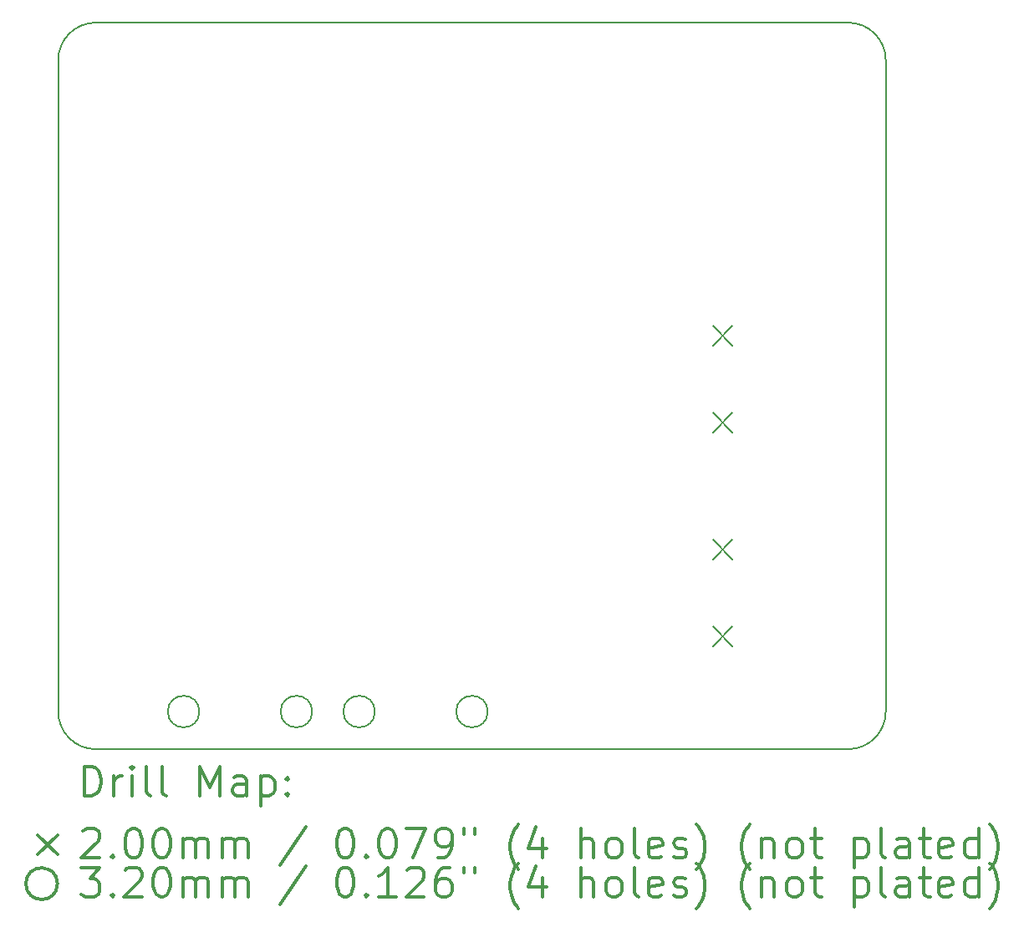
<source format=gbr>
%FSLAX45Y45*%
G04 Gerber Fmt 4.5, Leading zero omitted, Abs format (unit mm)*
G04 Created by KiCad (PCBNEW 4.0.7-e2-6376~58~ubuntu16.04.1) date Tue May  1 20:05:16 2018*
%MOMM*%
%LPD*%
G01*
G04 APERTURE LIST*
%ADD10C,0.127000*%
%ADD11C,0.150000*%
%ADD12C,0.200000*%
%ADD13C,0.300000*%
G04 APERTURE END LIST*
D10*
D11*
X10033000Y-10414000D02*
G75*
G03X10414000Y-10795000I381000J0D01*
G01*
X18034000Y-10795000D02*
G75*
G03X18415000Y-10414000I0J381000D01*
G01*
X18415000Y-3810000D02*
G75*
G03X18034000Y-3429000I-381000J0D01*
G01*
X10414000Y-3429000D02*
G75*
G03X10033000Y-3810000I0J-381000D01*
G01*
X18034000Y-10795000D02*
X10414000Y-10795000D01*
X10414000Y-3429000D02*
X18034000Y-3429000D01*
X18415000Y-10414000D02*
X18415000Y-3810000D01*
X10033000Y-3810000D02*
X10033000Y-10414000D01*
D12*
X16664000Y-6504000D02*
X16864000Y-6704000D01*
X16864000Y-6504000D02*
X16664000Y-6704000D01*
X16664000Y-7384000D02*
X16864000Y-7584000D01*
X16864000Y-7384000D02*
X16664000Y-7584000D01*
X16664000Y-8672000D02*
X16864000Y-8872000D01*
X16864000Y-8672000D02*
X16664000Y-8872000D01*
X16664000Y-9552000D02*
X16864000Y-9752000D01*
X16864000Y-9552000D02*
X16664000Y-9752000D01*
X11463000Y-10414000D02*
G75*
G03X11463000Y-10414000I-160000J0D01*
G01*
X12606000Y-10414000D02*
G75*
G03X12606000Y-10414000I-160000J0D01*
G01*
X13241000Y-10414000D02*
G75*
G03X13241000Y-10414000I-160000J0D01*
G01*
X14384000Y-10414000D02*
G75*
G03X14384000Y-10414000I-160000J0D01*
G01*
D13*
X10296929Y-11268214D02*
X10296929Y-10968214D01*
X10368357Y-10968214D01*
X10411214Y-10982500D01*
X10439786Y-11011072D01*
X10454071Y-11039643D01*
X10468357Y-11096786D01*
X10468357Y-11139643D01*
X10454071Y-11196786D01*
X10439786Y-11225357D01*
X10411214Y-11253929D01*
X10368357Y-11268214D01*
X10296929Y-11268214D01*
X10596929Y-11268214D02*
X10596929Y-11068214D01*
X10596929Y-11125357D02*
X10611214Y-11096786D01*
X10625500Y-11082500D01*
X10654071Y-11068214D01*
X10682643Y-11068214D01*
X10782643Y-11268214D02*
X10782643Y-11068214D01*
X10782643Y-10968214D02*
X10768357Y-10982500D01*
X10782643Y-10996786D01*
X10796929Y-10982500D01*
X10782643Y-10968214D01*
X10782643Y-10996786D01*
X10968357Y-11268214D02*
X10939786Y-11253929D01*
X10925500Y-11225357D01*
X10925500Y-10968214D01*
X11125500Y-11268214D02*
X11096929Y-11253929D01*
X11082643Y-11225357D01*
X11082643Y-10968214D01*
X11468357Y-11268214D02*
X11468357Y-10968214D01*
X11568357Y-11182500D01*
X11668357Y-10968214D01*
X11668357Y-11268214D01*
X11939786Y-11268214D02*
X11939786Y-11111072D01*
X11925500Y-11082500D01*
X11896928Y-11068214D01*
X11839786Y-11068214D01*
X11811214Y-11082500D01*
X11939786Y-11253929D02*
X11911214Y-11268214D01*
X11839786Y-11268214D01*
X11811214Y-11253929D01*
X11796928Y-11225357D01*
X11796928Y-11196786D01*
X11811214Y-11168214D01*
X11839786Y-11153929D01*
X11911214Y-11153929D01*
X11939786Y-11139643D01*
X12082643Y-11068214D02*
X12082643Y-11368214D01*
X12082643Y-11082500D02*
X12111214Y-11068214D01*
X12168357Y-11068214D01*
X12196928Y-11082500D01*
X12211214Y-11096786D01*
X12225500Y-11125357D01*
X12225500Y-11211071D01*
X12211214Y-11239643D01*
X12196928Y-11253929D01*
X12168357Y-11268214D01*
X12111214Y-11268214D01*
X12082643Y-11253929D01*
X12354071Y-11239643D02*
X12368357Y-11253929D01*
X12354071Y-11268214D01*
X12339786Y-11253929D01*
X12354071Y-11239643D01*
X12354071Y-11268214D01*
X12354071Y-11082500D02*
X12368357Y-11096786D01*
X12354071Y-11111072D01*
X12339786Y-11096786D01*
X12354071Y-11082500D01*
X12354071Y-11111072D01*
X9825500Y-11662500D02*
X10025500Y-11862500D01*
X10025500Y-11662500D02*
X9825500Y-11862500D01*
X10282643Y-11626786D02*
X10296929Y-11612500D01*
X10325500Y-11598214D01*
X10396929Y-11598214D01*
X10425500Y-11612500D01*
X10439786Y-11626786D01*
X10454071Y-11655357D01*
X10454071Y-11683929D01*
X10439786Y-11726786D01*
X10268357Y-11898214D01*
X10454071Y-11898214D01*
X10582643Y-11869643D02*
X10596929Y-11883929D01*
X10582643Y-11898214D01*
X10568357Y-11883929D01*
X10582643Y-11869643D01*
X10582643Y-11898214D01*
X10782643Y-11598214D02*
X10811214Y-11598214D01*
X10839786Y-11612500D01*
X10854071Y-11626786D01*
X10868357Y-11655357D01*
X10882643Y-11712500D01*
X10882643Y-11783929D01*
X10868357Y-11841071D01*
X10854071Y-11869643D01*
X10839786Y-11883929D01*
X10811214Y-11898214D01*
X10782643Y-11898214D01*
X10754071Y-11883929D01*
X10739786Y-11869643D01*
X10725500Y-11841071D01*
X10711214Y-11783929D01*
X10711214Y-11712500D01*
X10725500Y-11655357D01*
X10739786Y-11626786D01*
X10754071Y-11612500D01*
X10782643Y-11598214D01*
X11068357Y-11598214D02*
X11096929Y-11598214D01*
X11125500Y-11612500D01*
X11139786Y-11626786D01*
X11154071Y-11655357D01*
X11168357Y-11712500D01*
X11168357Y-11783929D01*
X11154071Y-11841071D01*
X11139786Y-11869643D01*
X11125500Y-11883929D01*
X11096929Y-11898214D01*
X11068357Y-11898214D01*
X11039786Y-11883929D01*
X11025500Y-11869643D01*
X11011214Y-11841071D01*
X10996929Y-11783929D01*
X10996929Y-11712500D01*
X11011214Y-11655357D01*
X11025500Y-11626786D01*
X11039786Y-11612500D01*
X11068357Y-11598214D01*
X11296928Y-11898214D02*
X11296928Y-11698214D01*
X11296928Y-11726786D02*
X11311214Y-11712500D01*
X11339786Y-11698214D01*
X11382643Y-11698214D01*
X11411214Y-11712500D01*
X11425500Y-11741071D01*
X11425500Y-11898214D01*
X11425500Y-11741071D02*
X11439786Y-11712500D01*
X11468357Y-11698214D01*
X11511214Y-11698214D01*
X11539786Y-11712500D01*
X11554071Y-11741071D01*
X11554071Y-11898214D01*
X11696928Y-11898214D02*
X11696928Y-11698214D01*
X11696928Y-11726786D02*
X11711214Y-11712500D01*
X11739786Y-11698214D01*
X11782643Y-11698214D01*
X11811214Y-11712500D01*
X11825500Y-11741071D01*
X11825500Y-11898214D01*
X11825500Y-11741071D02*
X11839786Y-11712500D01*
X11868357Y-11698214D01*
X11911214Y-11698214D01*
X11939786Y-11712500D01*
X11954071Y-11741071D01*
X11954071Y-11898214D01*
X12539786Y-11583929D02*
X12282643Y-11969643D01*
X12925500Y-11598214D02*
X12954071Y-11598214D01*
X12982643Y-11612500D01*
X12996928Y-11626786D01*
X13011214Y-11655357D01*
X13025500Y-11712500D01*
X13025500Y-11783929D01*
X13011214Y-11841071D01*
X12996928Y-11869643D01*
X12982643Y-11883929D01*
X12954071Y-11898214D01*
X12925500Y-11898214D01*
X12896928Y-11883929D01*
X12882643Y-11869643D01*
X12868357Y-11841071D01*
X12854071Y-11783929D01*
X12854071Y-11712500D01*
X12868357Y-11655357D01*
X12882643Y-11626786D01*
X12896928Y-11612500D01*
X12925500Y-11598214D01*
X13154071Y-11869643D02*
X13168357Y-11883929D01*
X13154071Y-11898214D01*
X13139786Y-11883929D01*
X13154071Y-11869643D01*
X13154071Y-11898214D01*
X13354071Y-11598214D02*
X13382643Y-11598214D01*
X13411214Y-11612500D01*
X13425500Y-11626786D01*
X13439785Y-11655357D01*
X13454071Y-11712500D01*
X13454071Y-11783929D01*
X13439785Y-11841071D01*
X13425500Y-11869643D01*
X13411214Y-11883929D01*
X13382643Y-11898214D01*
X13354071Y-11898214D01*
X13325500Y-11883929D01*
X13311214Y-11869643D01*
X13296928Y-11841071D01*
X13282643Y-11783929D01*
X13282643Y-11712500D01*
X13296928Y-11655357D01*
X13311214Y-11626786D01*
X13325500Y-11612500D01*
X13354071Y-11598214D01*
X13554071Y-11598214D02*
X13754071Y-11598214D01*
X13625500Y-11898214D01*
X13882643Y-11898214D02*
X13939785Y-11898214D01*
X13968357Y-11883929D01*
X13982643Y-11869643D01*
X14011214Y-11826786D01*
X14025500Y-11769643D01*
X14025500Y-11655357D01*
X14011214Y-11626786D01*
X13996928Y-11612500D01*
X13968357Y-11598214D01*
X13911214Y-11598214D01*
X13882643Y-11612500D01*
X13868357Y-11626786D01*
X13854071Y-11655357D01*
X13854071Y-11726786D01*
X13868357Y-11755357D01*
X13882643Y-11769643D01*
X13911214Y-11783929D01*
X13968357Y-11783929D01*
X13996928Y-11769643D01*
X14011214Y-11755357D01*
X14025500Y-11726786D01*
X14139786Y-11598214D02*
X14139786Y-11655357D01*
X14254071Y-11598214D02*
X14254071Y-11655357D01*
X14696928Y-12012500D02*
X14682643Y-11998214D01*
X14654071Y-11955357D01*
X14639785Y-11926786D01*
X14625500Y-11883929D01*
X14611214Y-11812500D01*
X14611214Y-11755357D01*
X14625500Y-11683929D01*
X14639785Y-11641071D01*
X14654071Y-11612500D01*
X14682643Y-11569643D01*
X14696928Y-11555357D01*
X14939785Y-11698214D02*
X14939785Y-11898214D01*
X14868357Y-11583929D02*
X14796928Y-11798214D01*
X14982643Y-11798214D01*
X15325500Y-11898214D02*
X15325500Y-11598214D01*
X15454071Y-11898214D02*
X15454071Y-11741071D01*
X15439785Y-11712500D01*
X15411214Y-11698214D01*
X15368357Y-11698214D01*
X15339785Y-11712500D01*
X15325500Y-11726786D01*
X15639785Y-11898214D02*
X15611214Y-11883929D01*
X15596928Y-11869643D01*
X15582643Y-11841071D01*
X15582643Y-11755357D01*
X15596928Y-11726786D01*
X15611214Y-11712500D01*
X15639785Y-11698214D01*
X15682643Y-11698214D01*
X15711214Y-11712500D01*
X15725500Y-11726786D01*
X15739785Y-11755357D01*
X15739785Y-11841071D01*
X15725500Y-11869643D01*
X15711214Y-11883929D01*
X15682643Y-11898214D01*
X15639785Y-11898214D01*
X15911214Y-11898214D02*
X15882643Y-11883929D01*
X15868357Y-11855357D01*
X15868357Y-11598214D01*
X16139786Y-11883929D02*
X16111214Y-11898214D01*
X16054071Y-11898214D01*
X16025500Y-11883929D01*
X16011214Y-11855357D01*
X16011214Y-11741071D01*
X16025500Y-11712500D01*
X16054071Y-11698214D01*
X16111214Y-11698214D01*
X16139786Y-11712500D01*
X16154071Y-11741071D01*
X16154071Y-11769643D01*
X16011214Y-11798214D01*
X16268357Y-11883929D02*
X16296928Y-11898214D01*
X16354071Y-11898214D01*
X16382643Y-11883929D01*
X16396928Y-11855357D01*
X16396928Y-11841071D01*
X16382643Y-11812500D01*
X16354071Y-11798214D01*
X16311214Y-11798214D01*
X16282643Y-11783929D01*
X16268357Y-11755357D01*
X16268357Y-11741071D01*
X16282643Y-11712500D01*
X16311214Y-11698214D01*
X16354071Y-11698214D01*
X16382643Y-11712500D01*
X16496928Y-12012500D02*
X16511214Y-11998214D01*
X16539786Y-11955357D01*
X16554071Y-11926786D01*
X16568357Y-11883929D01*
X16582643Y-11812500D01*
X16582643Y-11755357D01*
X16568357Y-11683929D01*
X16554071Y-11641071D01*
X16539786Y-11612500D01*
X16511214Y-11569643D01*
X16496928Y-11555357D01*
X17039786Y-12012500D02*
X17025500Y-11998214D01*
X16996928Y-11955357D01*
X16982643Y-11926786D01*
X16968357Y-11883929D01*
X16954071Y-11812500D01*
X16954071Y-11755357D01*
X16968357Y-11683929D01*
X16982643Y-11641071D01*
X16996928Y-11612500D01*
X17025500Y-11569643D01*
X17039786Y-11555357D01*
X17154071Y-11698214D02*
X17154071Y-11898214D01*
X17154071Y-11726786D02*
X17168357Y-11712500D01*
X17196928Y-11698214D01*
X17239786Y-11698214D01*
X17268357Y-11712500D01*
X17282643Y-11741071D01*
X17282643Y-11898214D01*
X17468357Y-11898214D02*
X17439786Y-11883929D01*
X17425500Y-11869643D01*
X17411214Y-11841071D01*
X17411214Y-11755357D01*
X17425500Y-11726786D01*
X17439786Y-11712500D01*
X17468357Y-11698214D01*
X17511214Y-11698214D01*
X17539786Y-11712500D01*
X17554071Y-11726786D01*
X17568357Y-11755357D01*
X17568357Y-11841071D01*
X17554071Y-11869643D01*
X17539786Y-11883929D01*
X17511214Y-11898214D01*
X17468357Y-11898214D01*
X17654071Y-11698214D02*
X17768357Y-11698214D01*
X17696929Y-11598214D02*
X17696929Y-11855357D01*
X17711214Y-11883929D01*
X17739786Y-11898214D01*
X17768357Y-11898214D01*
X18096929Y-11698214D02*
X18096929Y-11998214D01*
X18096929Y-11712500D02*
X18125500Y-11698214D01*
X18182643Y-11698214D01*
X18211214Y-11712500D01*
X18225500Y-11726786D01*
X18239786Y-11755357D01*
X18239786Y-11841071D01*
X18225500Y-11869643D01*
X18211214Y-11883929D01*
X18182643Y-11898214D01*
X18125500Y-11898214D01*
X18096929Y-11883929D01*
X18411214Y-11898214D02*
X18382643Y-11883929D01*
X18368357Y-11855357D01*
X18368357Y-11598214D01*
X18654071Y-11898214D02*
X18654071Y-11741071D01*
X18639786Y-11712500D01*
X18611214Y-11698214D01*
X18554071Y-11698214D01*
X18525500Y-11712500D01*
X18654071Y-11883929D02*
X18625500Y-11898214D01*
X18554071Y-11898214D01*
X18525500Y-11883929D01*
X18511214Y-11855357D01*
X18511214Y-11826786D01*
X18525500Y-11798214D01*
X18554071Y-11783929D01*
X18625500Y-11783929D01*
X18654071Y-11769643D01*
X18754071Y-11698214D02*
X18868357Y-11698214D01*
X18796929Y-11598214D02*
X18796929Y-11855357D01*
X18811214Y-11883929D01*
X18839786Y-11898214D01*
X18868357Y-11898214D01*
X19082643Y-11883929D02*
X19054072Y-11898214D01*
X18996929Y-11898214D01*
X18968357Y-11883929D01*
X18954072Y-11855357D01*
X18954072Y-11741071D01*
X18968357Y-11712500D01*
X18996929Y-11698214D01*
X19054072Y-11698214D01*
X19082643Y-11712500D01*
X19096929Y-11741071D01*
X19096929Y-11769643D01*
X18954072Y-11798214D01*
X19354072Y-11898214D02*
X19354072Y-11598214D01*
X19354072Y-11883929D02*
X19325500Y-11898214D01*
X19268357Y-11898214D01*
X19239786Y-11883929D01*
X19225500Y-11869643D01*
X19211214Y-11841071D01*
X19211214Y-11755357D01*
X19225500Y-11726786D01*
X19239786Y-11712500D01*
X19268357Y-11698214D01*
X19325500Y-11698214D01*
X19354072Y-11712500D01*
X19468357Y-12012500D02*
X19482643Y-11998214D01*
X19511214Y-11955357D01*
X19525500Y-11926786D01*
X19539786Y-11883929D01*
X19554072Y-11812500D01*
X19554072Y-11755357D01*
X19539786Y-11683929D01*
X19525500Y-11641071D01*
X19511214Y-11612500D01*
X19482643Y-11569643D01*
X19468357Y-11555357D01*
X10025500Y-12158500D02*
G75*
G03X10025500Y-12158500I-160000J0D01*
G01*
X10268357Y-11994214D02*
X10454071Y-11994214D01*
X10354071Y-12108500D01*
X10396929Y-12108500D01*
X10425500Y-12122786D01*
X10439786Y-12137071D01*
X10454071Y-12165643D01*
X10454071Y-12237071D01*
X10439786Y-12265643D01*
X10425500Y-12279929D01*
X10396929Y-12294214D01*
X10311214Y-12294214D01*
X10282643Y-12279929D01*
X10268357Y-12265643D01*
X10582643Y-12265643D02*
X10596929Y-12279929D01*
X10582643Y-12294214D01*
X10568357Y-12279929D01*
X10582643Y-12265643D01*
X10582643Y-12294214D01*
X10711214Y-12022786D02*
X10725500Y-12008500D01*
X10754071Y-11994214D01*
X10825500Y-11994214D01*
X10854071Y-12008500D01*
X10868357Y-12022786D01*
X10882643Y-12051357D01*
X10882643Y-12079929D01*
X10868357Y-12122786D01*
X10696928Y-12294214D01*
X10882643Y-12294214D01*
X11068357Y-11994214D02*
X11096929Y-11994214D01*
X11125500Y-12008500D01*
X11139786Y-12022786D01*
X11154071Y-12051357D01*
X11168357Y-12108500D01*
X11168357Y-12179929D01*
X11154071Y-12237071D01*
X11139786Y-12265643D01*
X11125500Y-12279929D01*
X11096929Y-12294214D01*
X11068357Y-12294214D01*
X11039786Y-12279929D01*
X11025500Y-12265643D01*
X11011214Y-12237071D01*
X10996929Y-12179929D01*
X10996929Y-12108500D01*
X11011214Y-12051357D01*
X11025500Y-12022786D01*
X11039786Y-12008500D01*
X11068357Y-11994214D01*
X11296928Y-12294214D02*
X11296928Y-12094214D01*
X11296928Y-12122786D02*
X11311214Y-12108500D01*
X11339786Y-12094214D01*
X11382643Y-12094214D01*
X11411214Y-12108500D01*
X11425500Y-12137071D01*
X11425500Y-12294214D01*
X11425500Y-12137071D02*
X11439786Y-12108500D01*
X11468357Y-12094214D01*
X11511214Y-12094214D01*
X11539786Y-12108500D01*
X11554071Y-12137071D01*
X11554071Y-12294214D01*
X11696928Y-12294214D02*
X11696928Y-12094214D01*
X11696928Y-12122786D02*
X11711214Y-12108500D01*
X11739786Y-12094214D01*
X11782643Y-12094214D01*
X11811214Y-12108500D01*
X11825500Y-12137071D01*
X11825500Y-12294214D01*
X11825500Y-12137071D02*
X11839786Y-12108500D01*
X11868357Y-12094214D01*
X11911214Y-12094214D01*
X11939786Y-12108500D01*
X11954071Y-12137071D01*
X11954071Y-12294214D01*
X12539786Y-11979929D02*
X12282643Y-12365643D01*
X12925500Y-11994214D02*
X12954071Y-11994214D01*
X12982643Y-12008500D01*
X12996928Y-12022786D01*
X13011214Y-12051357D01*
X13025500Y-12108500D01*
X13025500Y-12179929D01*
X13011214Y-12237071D01*
X12996928Y-12265643D01*
X12982643Y-12279929D01*
X12954071Y-12294214D01*
X12925500Y-12294214D01*
X12896928Y-12279929D01*
X12882643Y-12265643D01*
X12868357Y-12237071D01*
X12854071Y-12179929D01*
X12854071Y-12108500D01*
X12868357Y-12051357D01*
X12882643Y-12022786D01*
X12896928Y-12008500D01*
X12925500Y-11994214D01*
X13154071Y-12265643D02*
X13168357Y-12279929D01*
X13154071Y-12294214D01*
X13139786Y-12279929D01*
X13154071Y-12265643D01*
X13154071Y-12294214D01*
X13454071Y-12294214D02*
X13282643Y-12294214D01*
X13368357Y-12294214D02*
X13368357Y-11994214D01*
X13339785Y-12037071D01*
X13311214Y-12065643D01*
X13282643Y-12079929D01*
X13568357Y-12022786D02*
X13582643Y-12008500D01*
X13611214Y-11994214D01*
X13682643Y-11994214D01*
X13711214Y-12008500D01*
X13725500Y-12022786D01*
X13739785Y-12051357D01*
X13739785Y-12079929D01*
X13725500Y-12122786D01*
X13554071Y-12294214D01*
X13739785Y-12294214D01*
X13996928Y-11994214D02*
X13939785Y-11994214D01*
X13911214Y-12008500D01*
X13896928Y-12022786D01*
X13868357Y-12065643D01*
X13854071Y-12122786D01*
X13854071Y-12237071D01*
X13868357Y-12265643D01*
X13882643Y-12279929D01*
X13911214Y-12294214D01*
X13968357Y-12294214D01*
X13996928Y-12279929D01*
X14011214Y-12265643D01*
X14025500Y-12237071D01*
X14025500Y-12165643D01*
X14011214Y-12137071D01*
X13996928Y-12122786D01*
X13968357Y-12108500D01*
X13911214Y-12108500D01*
X13882643Y-12122786D01*
X13868357Y-12137071D01*
X13854071Y-12165643D01*
X14139786Y-11994214D02*
X14139786Y-12051357D01*
X14254071Y-11994214D02*
X14254071Y-12051357D01*
X14696928Y-12408500D02*
X14682643Y-12394214D01*
X14654071Y-12351357D01*
X14639785Y-12322786D01*
X14625500Y-12279929D01*
X14611214Y-12208500D01*
X14611214Y-12151357D01*
X14625500Y-12079929D01*
X14639785Y-12037071D01*
X14654071Y-12008500D01*
X14682643Y-11965643D01*
X14696928Y-11951357D01*
X14939785Y-12094214D02*
X14939785Y-12294214D01*
X14868357Y-11979929D02*
X14796928Y-12194214D01*
X14982643Y-12194214D01*
X15325500Y-12294214D02*
X15325500Y-11994214D01*
X15454071Y-12294214D02*
X15454071Y-12137071D01*
X15439785Y-12108500D01*
X15411214Y-12094214D01*
X15368357Y-12094214D01*
X15339785Y-12108500D01*
X15325500Y-12122786D01*
X15639785Y-12294214D02*
X15611214Y-12279929D01*
X15596928Y-12265643D01*
X15582643Y-12237071D01*
X15582643Y-12151357D01*
X15596928Y-12122786D01*
X15611214Y-12108500D01*
X15639785Y-12094214D01*
X15682643Y-12094214D01*
X15711214Y-12108500D01*
X15725500Y-12122786D01*
X15739785Y-12151357D01*
X15739785Y-12237071D01*
X15725500Y-12265643D01*
X15711214Y-12279929D01*
X15682643Y-12294214D01*
X15639785Y-12294214D01*
X15911214Y-12294214D02*
X15882643Y-12279929D01*
X15868357Y-12251357D01*
X15868357Y-11994214D01*
X16139786Y-12279929D02*
X16111214Y-12294214D01*
X16054071Y-12294214D01*
X16025500Y-12279929D01*
X16011214Y-12251357D01*
X16011214Y-12137071D01*
X16025500Y-12108500D01*
X16054071Y-12094214D01*
X16111214Y-12094214D01*
X16139786Y-12108500D01*
X16154071Y-12137071D01*
X16154071Y-12165643D01*
X16011214Y-12194214D01*
X16268357Y-12279929D02*
X16296928Y-12294214D01*
X16354071Y-12294214D01*
X16382643Y-12279929D01*
X16396928Y-12251357D01*
X16396928Y-12237071D01*
X16382643Y-12208500D01*
X16354071Y-12194214D01*
X16311214Y-12194214D01*
X16282643Y-12179929D01*
X16268357Y-12151357D01*
X16268357Y-12137071D01*
X16282643Y-12108500D01*
X16311214Y-12094214D01*
X16354071Y-12094214D01*
X16382643Y-12108500D01*
X16496928Y-12408500D02*
X16511214Y-12394214D01*
X16539786Y-12351357D01*
X16554071Y-12322786D01*
X16568357Y-12279929D01*
X16582643Y-12208500D01*
X16582643Y-12151357D01*
X16568357Y-12079929D01*
X16554071Y-12037071D01*
X16539786Y-12008500D01*
X16511214Y-11965643D01*
X16496928Y-11951357D01*
X17039786Y-12408500D02*
X17025500Y-12394214D01*
X16996928Y-12351357D01*
X16982643Y-12322786D01*
X16968357Y-12279929D01*
X16954071Y-12208500D01*
X16954071Y-12151357D01*
X16968357Y-12079929D01*
X16982643Y-12037071D01*
X16996928Y-12008500D01*
X17025500Y-11965643D01*
X17039786Y-11951357D01*
X17154071Y-12094214D02*
X17154071Y-12294214D01*
X17154071Y-12122786D02*
X17168357Y-12108500D01*
X17196928Y-12094214D01*
X17239786Y-12094214D01*
X17268357Y-12108500D01*
X17282643Y-12137071D01*
X17282643Y-12294214D01*
X17468357Y-12294214D02*
X17439786Y-12279929D01*
X17425500Y-12265643D01*
X17411214Y-12237071D01*
X17411214Y-12151357D01*
X17425500Y-12122786D01*
X17439786Y-12108500D01*
X17468357Y-12094214D01*
X17511214Y-12094214D01*
X17539786Y-12108500D01*
X17554071Y-12122786D01*
X17568357Y-12151357D01*
X17568357Y-12237071D01*
X17554071Y-12265643D01*
X17539786Y-12279929D01*
X17511214Y-12294214D01*
X17468357Y-12294214D01*
X17654071Y-12094214D02*
X17768357Y-12094214D01*
X17696929Y-11994214D02*
X17696929Y-12251357D01*
X17711214Y-12279929D01*
X17739786Y-12294214D01*
X17768357Y-12294214D01*
X18096929Y-12094214D02*
X18096929Y-12394214D01*
X18096929Y-12108500D02*
X18125500Y-12094214D01*
X18182643Y-12094214D01*
X18211214Y-12108500D01*
X18225500Y-12122786D01*
X18239786Y-12151357D01*
X18239786Y-12237071D01*
X18225500Y-12265643D01*
X18211214Y-12279929D01*
X18182643Y-12294214D01*
X18125500Y-12294214D01*
X18096929Y-12279929D01*
X18411214Y-12294214D02*
X18382643Y-12279929D01*
X18368357Y-12251357D01*
X18368357Y-11994214D01*
X18654071Y-12294214D02*
X18654071Y-12137071D01*
X18639786Y-12108500D01*
X18611214Y-12094214D01*
X18554071Y-12094214D01*
X18525500Y-12108500D01*
X18654071Y-12279929D02*
X18625500Y-12294214D01*
X18554071Y-12294214D01*
X18525500Y-12279929D01*
X18511214Y-12251357D01*
X18511214Y-12222786D01*
X18525500Y-12194214D01*
X18554071Y-12179929D01*
X18625500Y-12179929D01*
X18654071Y-12165643D01*
X18754071Y-12094214D02*
X18868357Y-12094214D01*
X18796929Y-11994214D02*
X18796929Y-12251357D01*
X18811214Y-12279929D01*
X18839786Y-12294214D01*
X18868357Y-12294214D01*
X19082643Y-12279929D02*
X19054072Y-12294214D01*
X18996929Y-12294214D01*
X18968357Y-12279929D01*
X18954072Y-12251357D01*
X18954072Y-12137071D01*
X18968357Y-12108500D01*
X18996929Y-12094214D01*
X19054072Y-12094214D01*
X19082643Y-12108500D01*
X19096929Y-12137071D01*
X19096929Y-12165643D01*
X18954072Y-12194214D01*
X19354072Y-12294214D02*
X19354072Y-11994214D01*
X19354072Y-12279929D02*
X19325500Y-12294214D01*
X19268357Y-12294214D01*
X19239786Y-12279929D01*
X19225500Y-12265643D01*
X19211214Y-12237071D01*
X19211214Y-12151357D01*
X19225500Y-12122786D01*
X19239786Y-12108500D01*
X19268357Y-12094214D01*
X19325500Y-12094214D01*
X19354072Y-12108500D01*
X19468357Y-12408500D02*
X19482643Y-12394214D01*
X19511214Y-12351357D01*
X19525500Y-12322786D01*
X19539786Y-12279929D01*
X19554072Y-12208500D01*
X19554072Y-12151357D01*
X19539786Y-12079929D01*
X19525500Y-12037071D01*
X19511214Y-12008500D01*
X19482643Y-11965643D01*
X19468357Y-11951357D01*
M02*

</source>
